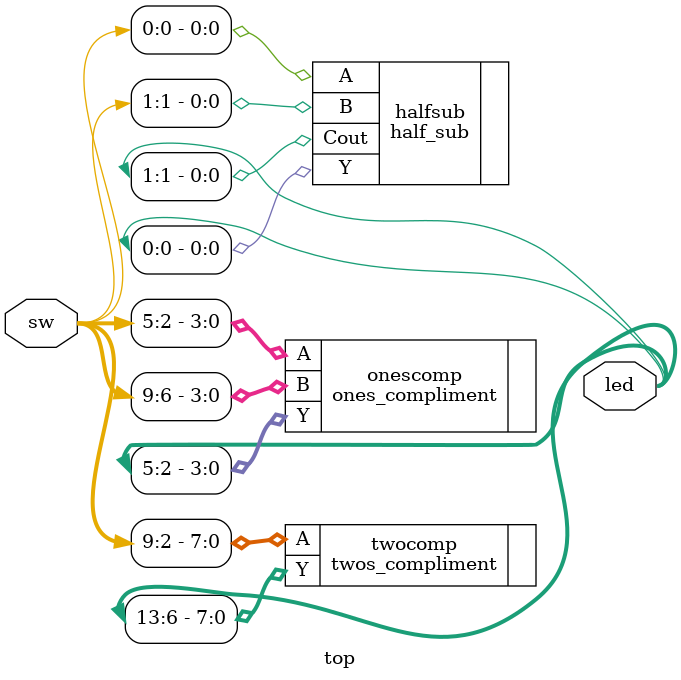
<source format=v>
module top(
    input[9:0] sw,
    output[13:0] led
);
 
 half_sub halfsub( 
        .A(sw[0]),// Hook up its A to sw[0],
        .B(sw[1]),
        .Y(led[0]),
        .Cout(led[1])
    );
    
ones_compliment onescomp (
    .A(sw[5:2]),
    .B(sw[9:6]),
    .Y(led[5:2])
    );
    
twos_compliment twocomp(
    .A(sw[9:2]),
    .Y(led[13:6])
);

/*wire carry;

    
    full_adder fA_LSB(
        .A(sw[4]), // Hook up its C to sw[2]
        .B(sw[6]), // Hook up its D to sw[3]
        .Cin(0),
        .Y(led[3]),
        .Cout(carry)
    );
      full_adder fA_MSB( 
        .A(sw[5]), // Hook up its C to sw[2]
        .B(sw[7]), // Hook up its D to sw[3]
        .Cin(carry),
        .Y(led[4]),
        .Cout(led[5])
    );
    
    light lightSwitch(
        .upstairs(sw[0]),
        .downstairs(sw[1]),
        .stair_light(led[0])

      );
*/

endmodule
</source>
